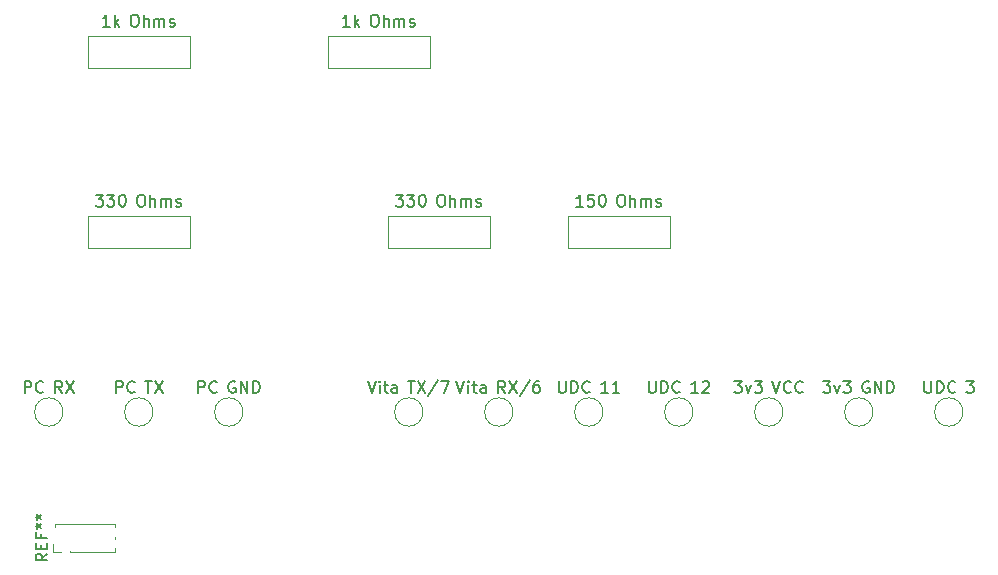
<source format=gbr>
%TF.GenerationSoftware,KiCad,Pcbnew,(7.0.0)*%
%TF.CreationDate,2023-02-24T13:42:34+01:00*%
%TF.ProjectId,PCH-1000JIG,5043482d-3130-4303-904a-49472e6b6963,rev?*%
%TF.SameCoordinates,Original*%
%TF.FileFunction,Legend,Top*%
%TF.FilePolarity,Positive*%
%FSLAX46Y46*%
G04 Gerber Fmt 4.6, Leading zero omitted, Abs format (unit mm)*
G04 Created by KiCad (PCBNEW (7.0.0)) date 2023-02-24 13:42:34*
%MOMM*%
%LPD*%
G01*
G04 APERTURE LIST*
%ADD10C,0.150000*%
%ADD11C,0.120000*%
G04 APERTURE END LIST*
D10*
%TO.C,1k Ohms*%
X22933333Y-20707380D02*
X22361905Y-20707380D01*
X22647619Y-20707380D02*
X22647619Y-19707380D01*
X22647619Y-19707380D02*
X22552381Y-19850238D01*
X22552381Y-19850238D02*
X22457143Y-19945476D01*
X22457143Y-19945476D02*
X22361905Y-19993095D01*
X23361905Y-20707380D02*
X23361905Y-19707380D01*
X23457143Y-20326428D02*
X23742857Y-20707380D01*
X23742857Y-20040714D02*
X23361905Y-20421666D01*
X24961905Y-19707380D02*
X25152381Y-19707380D01*
X25152381Y-19707380D02*
X25247619Y-19755000D01*
X25247619Y-19755000D02*
X25342857Y-19850238D01*
X25342857Y-19850238D02*
X25390476Y-20040714D01*
X25390476Y-20040714D02*
X25390476Y-20374047D01*
X25390476Y-20374047D02*
X25342857Y-20564523D01*
X25342857Y-20564523D02*
X25247619Y-20659761D01*
X25247619Y-20659761D02*
X25152381Y-20707380D01*
X25152381Y-20707380D02*
X24961905Y-20707380D01*
X24961905Y-20707380D02*
X24866667Y-20659761D01*
X24866667Y-20659761D02*
X24771429Y-20564523D01*
X24771429Y-20564523D02*
X24723810Y-20374047D01*
X24723810Y-20374047D02*
X24723810Y-20040714D01*
X24723810Y-20040714D02*
X24771429Y-19850238D01*
X24771429Y-19850238D02*
X24866667Y-19755000D01*
X24866667Y-19755000D02*
X24961905Y-19707380D01*
X25819048Y-20707380D02*
X25819048Y-19707380D01*
X26247619Y-20707380D02*
X26247619Y-20183571D01*
X26247619Y-20183571D02*
X26200000Y-20088333D01*
X26200000Y-20088333D02*
X26104762Y-20040714D01*
X26104762Y-20040714D02*
X25961905Y-20040714D01*
X25961905Y-20040714D02*
X25866667Y-20088333D01*
X25866667Y-20088333D02*
X25819048Y-20135952D01*
X26723810Y-20707380D02*
X26723810Y-20040714D01*
X26723810Y-20135952D02*
X26771429Y-20088333D01*
X26771429Y-20088333D02*
X26866667Y-20040714D01*
X26866667Y-20040714D02*
X27009524Y-20040714D01*
X27009524Y-20040714D02*
X27104762Y-20088333D01*
X27104762Y-20088333D02*
X27152381Y-20183571D01*
X27152381Y-20183571D02*
X27152381Y-20707380D01*
X27152381Y-20183571D02*
X27200000Y-20088333D01*
X27200000Y-20088333D02*
X27295238Y-20040714D01*
X27295238Y-20040714D02*
X27438095Y-20040714D01*
X27438095Y-20040714D02*
X27533334Y-20088333D01*
X27533334Y-20088333D02*
X27580953Y-20183571D01*
X27580953Y-20183571D02*
X27580953Y-20707380D01*
X28009524Y-20659761D02*
X28104762Y-20707380D01*
X28104762Y-20707380D02*
X28295238Y-20707380D01*
X28295238Y-20707380D02*
X28390476Y-20659761D01*
X28390476Y-20659761D02*
X28438095Y-20564523D01*
X28438095Y-20564523D02*
X28438095Y-20516904D01*
X28438095Y-20516904D02*
X28390476Y-20421666D01*
X28390476Y-20421666D02*
X28295238Y-20374047D01*
X28295238Y-20374047D02*
X28152381Y-20374047D01*
X28152381Y-20374047D02*
X28057143Y-20326428D01*
X28057143Y-20326428D02*
X28009524Y-20231190D01*
X28009524Y-20231190D02*
X28009524Y-20183571D01*
X28009524Y-20183571D02*
X28057143Y-20088333D01*
X28057143Y-20088333D02*
X28152381Y-20040714D01*
X28152381Y-20040714D02*
X28295238Y-20040714D01*
X28295238Y-20040714D02*
X28390476Y-20088333D01*
%TO.C,150 Ohms*%
X63025714Y-35947380D02*
X62454286Y-35947380D01*
X62740000Y-35947380D02*
X62740000Y-34947380D01*
X62740000Y-34947380D02*
X62644762Y-35090238D01*
X62644762Y-35090238D02*
X62549524Y-35185476D01*
X62549524Y-35185476D02*
X62454286Y-35233095D01*
X63930476Y-34947380D02*
X63454286Y-34947380D01*
X63454286Y-34947380D02*
X63406667Y-35423571D01*
X63406667Y-35423571D02*
X63454286Y-35375952D01*
X63454286Y-35375952D02*
X63549524Y-35328333D01*
X63549524Y-35328333D02*
X63787619Y-35328333D01*
X63787619Y-35328333D02*
X63882857Y-35375952D01*
X63882857Y-35375952D02*
X63930476Y-35423571D01*
X63930476Y-35423571D02*
X63978095Y-35518809D01*
X63978095Y-35518809D02*
X63978095Y-35756904D01*
X63978095Y-35756904D02*
X63930476Y-35852142D01*
X63930476Y-35852142D02*
X63882857Y-35899761D01*
X63882857Y-35899761D02*
X63787619Y-35947380D01*
X63787619Y-35947380D02*
X63549524Y-35947380D01*
X63549524Y-35947380D02*
X63454286Y-35899761D01*
X63454286Y-35899761D02*
X63406667Y-35852142D01*
X64597143Y-34947380D02*
X64692381Y-34947380D01*
X64692381Y-34947380D02*
X64787619Y-34995000D01*
X64787619Y-34995000D02*
X64835238Y-35042619D01*
X64835238Y-35042619D02*
X64882857Y-35137857D01*
X64882857Y-35137857D02*
X64930476Y-35328333D01*
X64930476Y-35328333D02*
X64930476Y-35566428D01*
X64930476Y-35566428D02*
X64882857Y-35756904D01*
X64882857Y-35756904D02*
X64835238Y-35852142D01*
X64835238Y-35852142D02*
X64787619Y-35899761D01*
X64787619Y-35899761D02*
X64692381Y-35947380D01*
X64692381Y-35947380D02*
X64597143Y-35947380D01*
X64597143Y-35947380D02*
X64501905Y-35899761D01*
X64501905Y-35899761D02*
X64454286Y-35852142D01*
X64454286Y-35852142D02*
X64406667Y-35756904D01*
X64406667Y-35756904D02*
X64359048Y-35566428D01*
X64359048Y-35566428D02*
X64359048Y-35328333D01*
X64359048Y-35328333D02*
X64406667Y-35137857D01*
X64406667Y-35137857D02*
X64454286Y-35042619D01*
X64454286Y-35042619D02*
X64501905Y-34995000D01*
X64501905Y-34995000D02*
X64597143Y-34947380D01*
X66149524Y-34947380D02*
X66340000Y-34947380D01*
X66340000Y-34947380D02*
X66435238Y-34995000D01*
X66435238Y-34995000D02*
X66530476Y-35090238D01*
X66530476Y-35090238D02*
X66578095Y-35280714D01*
X66578095Y-35280714D02*
X66578095Y-35614047D01*
X66578095Y-35614047D02*
X66530476Y-35804523D01*
X66530476Y-35804523D02*
X66435238Y-35899761D01*
X66435238Y-35899761D02*
X66340000Y-35947380D01*
X66340000Y-35947380D02*
X66149524Y-35947380D01*
X66149524Y-35947380D02*
X66054286Y-35899761D01*
X66054286Y-35899761D02*
X65959048Y-35804523D01*
X65959048Y-35804523D02*
X65911429Y-35614047D01*
X65911429Y-35614047D02*
X65911429Y-35280714D01*
X65911429Y-35280714D02*
X65959048Y-35090238D01*
X65959048Y-35090238D02*
X66054286Y-34995000D01*
X66054286Y-34995000D02*
X66149524Y-34947380D01*
X67006667Y-35947380D02*
X67006667Y-34947380D01*
X67435238Y-35947380D02*
X67435238Y-35423571D01*
X67435238Y-35423571D02*
X67387619Y-35328333D01*
X67387619Y-35328333D02*
X67292381Y-35280714D01*
X67292381Y-35280714D02*
X67149524Y-35280714D01*
X67149524Y-35280714D02*
X67054286Y-35328333D01*
X67054286Y-35328333D02*
X67006667Y-35375952D01*
X67911429Y-35947380D02*
X67911429Y-35280714D01*
X67911429Y-35375952D02*
X67959048Y-35328333D01*
X67959048Y-35328333D02*
X68054286Y-35280714D01*
X68054286Y-35280714D02*
X68197143Y-35280714D01*
X68197143Y-35280714D02*
X68292381Y-35328333D01*
X68292381Y-35328333D02*
X68340000Y-35423571D01*
X68340000Y-35423571D02*
X68340000Y-35947380D01*
X68340000Y-35423571D02*
X68387619Y-35328333D01*
X68387619Y-35328333D02*
X68482857Y-35280714D01*
X68482857Y-35280714D02*
X68625714Y-35280714D01*
X68625714Y-35280714D02*
X68720953Y-35328333D01*
X68720953Y-35328333D02*
X68768572Y-35423571D01*
X68768572Y-35423571D02*
X68768572Y-35947380D01*
X69197143Y-35899761D02*
X69292381Y-35947380D01*
X69292381Y-35947380D02*
X69482857Y-35947380D01*
X69482857Y-35947380D02*
X69578095Y-35899761D01*
X69578095Y-35899761D02*
X69625714Y-35804523D01*
X69625714Y-35804523D02*
X69625714Y-35756904D01*
X69625714Y-35756904D02*
X69578095Y-35661666D01*
X69578095Y-35661666D02*
X69482857Y-35614047D01*
X69482857Y-35614047D02*
X69340000Y-35614047D01*
X69340000Y-35614047D02*
X69244762Y-35566428D01*
X69244762Y-35566428D02*
X69197143Y-35471190D01*
X69197143Y-35471190D02*
X69197143Y-35423571D01*
X69197143Y-35423571D02*
X69244762Y-35328333D01*
X69244762Y-35328333D02*
X69340000Y-35280714D01*
X69340000Y-35280714D02*
X69482857Y-35280714D01*
X69482857Y-35280714D02*
X69578095Y-35328333D01*
%TO.C,3v3 VCC*%
X75820952Y-50709380D02*
X76439999Y-50709380D01*
X76439999Y-50709380D02*
X76106666Y-51090333D01*
X76106666Y-51090333D02*
X76249523Y-51090333D01*
X76249523Y-51090333D02*
X76344761Y-51137952D01*
X76344761Y-51137952D02*
X76392380Y-51185571D01*
X76392380Y-51185571D02*
X76439999Y-51280809D01*
X76439999Y-51280809D02*
X76439999Y-51518904D01*
X76439999Y-51518904D02*
X76392380Y-51614142D01*
X76392380Y-51614142D02*
X76344761Y-51661761D01*
X76344761Y-51661761D02*
X76249523Y-51709380D01*
X76249523Y-51709380D02*
X75963809Y-51709380D01*
X75963809Y-51709380D02*
X75868571Y-51661761D01*
X75868571Y-51661761D02*
X75820952Y-51614142D01*
X76773333Y-51042714D02*
X77011428Y-51709380D01*
X77011428Y-51709380D02*
X77249523Y-51042714D01*
X77535238Y-50709380D02*
X78154285Y-50709380D01*
X78154285Y-50709380D02*
X77820952Y-51090333D01*
X77820952Y-51090333D02*
X77963809Y-51090333D01*
X77963809Y-51090333D02*
X78059047Y-51137952D01*
X78059047Y-51137952D02*
X78106666Y-51185571D01*
X78106666Y-51185571D02*
X78154285Y-51280809D01*
X78154285Y-51280809D02*
X78154285Y-51518904D01*
X78154285Y-51518904D02*
X78106666Y-51614142D01*
X78106666Y-51614142D02*
X78059047Y-51661761D01*
X78059047Y-51661761D02*
X77963809Y-51709380D01*
X77963809Y-51709380D02*
X77678095Y-51709380D01*
X77678095Y-51709380D02*
X77582857Y-51661761D01*
X77582857Y-51661761D02*
X77535238Y-51614142D01*
X79040000Y-50709380D02*
X79373333Y-51709380D01*
X79373333Y-51709380D02*
X79706666Y-50709380D01*
X80611428Y-51614142D02*
X80563809Y-51661761D01*
X80563809Y-51661761D02*
X80420952Y-51709380D01*
X80420952Y-51709380D02*
X80325714Y-51709380D01*
X80325714Y-51709380D02*
X80182857Y-51661761D01*
X80182857Y-51661761D02*
X80087619Y-51566523D01*
X80087619Y-51566523D02*
X80040000Y-51471285D01*
X80040000Y-51471285D02*
X79992381Y-51280809D01*
X79992381Y-51280809D02*
X79992381Y-51137952D01*
X79992381Y-51137952D02*
X80040000Y-50947476D01*
X80040000Y-50947476D02*
X80087619Y-50852238D01*
X80087619Y-50852238D02*
X80182857Y-50757000D01*
X80182857Y-50757000D02*
X80325714Y-50709380D01*
X80325714Y-50709380D02*
X80420952Y-50709380D01*
X80420952Y-50709380D02*
X80563809Y-50757000D01*
X80563809Y-50757000D02*
X80611428Y-50804619D01*
X81611428Y-51614142D02*
X81563809Y-51661761D01*
X81563809Y-51661761D02*
X81420952Y-51709380D01*
X81420952Y-51709380D02*
X81325714Y-51709380D01*
X81325714Y-51709380D02*
X81182857Y-51661761D01*
X81182857Y-51661761D02*
X81087619Y-51566523D01*
X81087619Y-51566523D02*
X81040000Y-51471285D01*
X81040000Y-51471285D02*
X80992381Y-51280809D01*
X80992381Y-51280809D02*
X80992381Y-51137952D01*
X80992381Y-51137952D02*
X81040000Y-50947476D01*
X81040000Y-50947476D02*
X81087619Y-50852238D01*
X81087619Y-50852238D02*
X81182857Y-50757000D01*
X81182857Y-50757000D02*
X81325714Y-50709380D01*
X81325714Y-50709380D02*
X81420952Y-50709380D01*
X81420952Y-50709380D02*
X81563809Y-50757000D01*
X81563809Y-50757000D02*
X81611428Y-50804619D01*
%TO.C,330 Ohms*%
X47166667Y-34947380D02*
X47785714Y-34947380D01*
X47785714Y-34947380D02*
X47452381Y-35328333D01*
X47452381Y-35328333D02*
X47595238Y-35328333D01*
X47595238Y-35328333D02*
X47690476Y-35375952D01*
X47690476Y-35375952D02*
X47738095Y-35423571D01*
X47738095Y-35423571D02*
X47785714Y-35518809D01*
X47785714Y-35518809D02*
X47785714Y-35756904D01*
X47785714Y-35756904D02*
X47738095Y-35852142D01*
X47738095Y-35852142D02*
X47690476Y-35899761D01*
X47690476Y-35899761D02*
X47595238Y-35947380D01*
X47595238Y-35947380D02*
X47309524Y-35947380D01*
X47309524Y-35947380D02*
X47214286Y-35899761D01*
X47214286Y-35899761D02*
X47166667Y-35852142D01*
X48119048Y-34947380D02*
X48738095Y-34947380D01*
X48738095Y-34947380D02*
X48404762Y-35328333D01*
X48404762Y-35328333D02*
X48547619Y-35328333D01*
X48547619Y-35328333D02*
X48642857Y-35375952D01*
X48642857Y-35375952D02*
X48690476Y-35423571D01*
X48690476Y-35423571D02*
X48738095Y-35518809D01*
X48738095Y-35518809D02*
X48738095Y-35756904D01*
X48738095Y-35756904D02*
X48690476Y-35852142D01*
X48690476Y-35852142D02*
X48642857Y-35899761D01*
X48642857Y-35899761D02*
X48547619Y-35947380D01*
X48547619Y-35947380D02*
X48261905Y-35947380D01*
X48261905Y-35947380D02*
X48166667Y-35899761D01*
X48166667Y-35899761D02*
X48119048Y-35852142D01*
X49357143Y-34947380D02*
X49452381Y-34947380D01*
X49452381Y-34947380D02*
X49547619Y-34995000D01*
X49547619Y-34995000D02*
X49595238Y-35042619D01*
X49595238Y-35042619D02*
X49642857Y-35137857D01*
X49642857Y-35137857D02*
X49690476Y-35328333D01*
X49690476Y-35328333D02*
X49690476Y-35566428D01*
X49690476Y-35566428D02*
X49642857Y-35756904D01*
X49642857Y-35756904D02*
X49595238Y-35852142D01*
X49595238Y-35852142D02*
X49547619Y-35899761D01*
X49547619Y-35899761D02*
X49452381Y-35947380D01*
X49452381Y-35947380D02*
X49357143Y-35947380D01*
X49357143Y-35947380D02*
X49261905Y-35899761D01*
X49261905Y-35899761D02*
X49214286Y-35852142D01*
X49214286Y-35852142D02*
X49166667Y-35756904D01*
X49166667Y-35756904D02*
X49119048Y-35566428D01*
X49119048Y-35566428D02*
X49119048Y-35328333D01*
X49119048Y-35328333D02*
X49166667Y-35137857D01*
X49166667Y-35137857D02*
X49214286Y-35042619D01*
X49214286Y-35042619D02*
X49261905Y-34995000D01*
X49261905Y-34995000D02*
X49357143Y-34947380D01*
X50909524Y-34947380D02*
X51100000Y-34947380D01*
X51100000Y-34947380D02*
X51195238Y-34995000D01*
X51195238Y-34995000D02*
X51290476Y-35090238D01*
X51290476Y-35090238D02*
X51338095Y-35280714D01*
X51338095Y-35280714D02*
X51338095Y-35614047D01*
X51338095Y-35614047D02*
X51290476Y-35804523D01*
X51290476Y-35804523D02*
X51195238Y-35899761D01*
X51195238Y-35899761D02*
X51100000Y-35947380D01*
X51100000Y-35947380D02*
X50909524Y-35947380D01*
X50909524Y-35947380D02*
X50814286Y-35899761D01*
X50814286Y-35899761D02*
X50719048Y-35804523D01*
X50719048Y-35804523D02*
X50671429Y-35614047D01*
X50671429Y-35614047D02*
X50671429Y-35280714D01*
X50671429Y-35280714D02*
X50719048Y-35090238D01*
X50719048Y-35090238D02*
X50814286Y-34995000D01*
X50814286Y-34995000D02*
X50909524Y-34947380D01*
X51766667Y-35947380D02*
X51766667Y-34947380D01*
X52195238Y-35947380D02*
X52195238Y-35423571D01*
X52195238Y-35423571D02*
X52147619Y-35328333D01*
X52147619Y-35328333D02*
X52052381Y-35280714D01*
X52052381Y-35280714D02*
X51909524Y-35280714D01*
X51909524Y-35280714D02*
X51814286Y-35328333D01*
X51814286Y-35328333D02*
X51766667Y-35375952D01*
X52671429Y-35947380D02*
X52671429Y-35280714D01*
X52671429Y-35375952D02*
X52719048Y-35328333D01*
X52719048Y-35328333D02*
X52814286Y-35280714D01*
X52814286Y-35280714D02*
X52957143Y-35280714D01*
X52957143Y-35280714D02*
X53052381Y-35328333D01*
X53052381Y-35328333D02*
X53100000Y-35423571D01*
X53100000Y-35423571D02*
X53100000Y-35947380D01*
X53100000Y-35423571D02*
X53147619Y-35328333D01*
X53147619Y-35328333D02*
X53242857Y-35280714D01*
X53242857Y-35280714D02*
X53385714Y-35280714D01*
X53385714Y-35280714D02*
X53480953Y-35328333D01*
X53480953Y-35328333D02*
X53528572Y-35423571D01*
X53528572Y-35423571D02*
X53528572Y-35947380D01*
X53957143Y-35899761D02*
X54052381Y-35947380D01*
X54052381Y-35947380D02*
X54242857Y-35947380D01*
X54242857Y-35947380D02*
X54338095Y-35899761D01*
X54338095Y-35899761D02*
X54385714Y-35804523D01*
X54385714Y-35804523D02*
X54385714Y-35756904D01*
X54385714Y-35756904D02*
X54338095Y-35661666D01*
X54338095Y-35661666D02*
X54242857Y-35614047D01*
X54242857Y-35614047D02*
X54100000Y-35614047D01*
X54100000Y-35614047D02*
X54004762Y-35566428D01*
X54004762Y-35566428D02*
X53957143Y-35471190D01*
X53957143Y-35471190D02*
X53957143Y-35423571D01*
X53957143Y-35423571D02*
X54004762Y-35328333D01*
X54004762Y-35328333D02*
X54100000Y-35280714D01*
X54100000Y-35280714D02*
X54242857Y-35280714D01*
X54242857Y-35280714D02*
X54338095Y-35328333D01*
%TO.C,Vita TX/7*%
X44793333Y-50709380D02*
X45126666Y-51709380D01*
X45126666Y-51709380D02*
X45459999Y-50709380D01*
X45793333Y-51709380D02*
X45793333Y-51042714D01*
X45793333Y-50709380D02*
X45745714Y-50757000D01*
X45745714Y-50757000D02*
X45793333Y-50804619D01*
X45793333Y-50804619D02*
X45840952Y-50757000D01*
X45840952Y-50757000D02*
X45793333Y-50709380D01*
X45793333Y-50709380D02*
X45793333Y-50804619D01*
X46126666Y-51042714D02*
X46507618Y-51042714D01*
X46269523Y-50709380D02*
X46269523Y-51566523D01*
X46269523Y-51566523D02*
X46317142Y-51661761D01*
X46317142Y-51661761D02*
X46412380Y-51709380D01*
X46412380Y-51709380D02*
X46507618Y-51709380D01*
X47269523Y-51709380D02*
X47269523Y-51185571D01*
X47269523Y-51185571D02*
X47221904Y-51090333D01*
X47221904Y-51090333D02*
X47126666Y-51042714D01*
X47126666Y-51042714D02*
X46936190Y-51042714D01*
X46936190Y-51042714D02*
X46840952Y-51090333D01*
X47269523Y-51661761D02*
X47174285Y-51709380D01*
X47174285Y-51709380D02*
X46936190Y-51709380D01*
X46936190Y-51709380D02*
X46840952Y-51661761D01*
X46840952Y-51661761D02*
X46793333Y-51566523D01*
X46793333Y-51566523D02*
X46793333Y-51471285D01*
X46793333Y-51471285D02*
X46840952Y-51376047D01*
X46840952Y-51376047D02*
X46936190Y-51328428D01*
X46936190Y-51328428D02*
X47174285Y-51328428D01*
X47174285Y-51328428D02*
X47269523Y-51280809D01*
X48202857Y-50709380D02*
X48774285Y-50709380D01*
X48488571Y-51709380D02*
X48488571Y-50709380D01*
X49012381Y-50709380D02*
X49679047Y-51709380D01*
X49679047Y-50709380D02*
X49012381Y-51709380D01*
X50774285Y-50661761D02*
X49917143Y-51947476D01*
X51012381Y-50709380D02*
X51679047Y-50709380D01*
X51679047Y-50709380D02*
X51250476Y-51709380D01*
%TO.C,REF\u002A\u002A*%
X17667380Y-65333333D02*
X17191190Y-65666666D01*
X17667380Y-65904761D02*
X16667380Y-65904761D01*
X16667380Y-65904761D02*
X16667380Y-65523809D01*
X16667380Y-65523809D02*
X16715000Y-65428571D01*
X16715000Y-65428571D02*
X16762619Y-65380952D01*
X16762619Y-65380952D02*
X16857857Y-65333333D01*
X16857857Y-65333333D02*
X17000714Y-65333333D01*
X17000714Y-65333333D02*
X17095952Y-65380952D01*
X17095952Y-65380952D02*
X17143571Y-65428571D01*
X17143571Y-65428571D02*
X17191190Y-65523809D01*
X17191190Y-65523809D02*
X17191190Y-65904761D01*
X17143571Y-64904761D02*
X17143571Y-64571428D01*
X17667380Y-64428571D02*
X17667380Y-64904761D01*
X17667380Y-64904761D02*
X16667380Y-64904761D01*
X16667380Y-64904761D02*
X16667380Y-64428571D01*
X17143571Y-63666666D02*
X17143571Y-63999999D01*
X17667380Y-63999999D02*
X16667380Y-63999999D01*
X16667380Y-63999999D02*
X16667380Y-63523809D01*
X16667380Y-62999999D02*
X16905476Y-62999999D01*
X16810238Y-63238094D02*
X16905476Y-62999999D01*
X16905476Y-62999999D02*
X16810238Y-62761904D01*
X17095952Y-63142856D02*
X16905476Y-62999999D01*
X16905476Y-62999999D02*
X17095952Y-62857142D01*
X16667380Y-62238094D02*
X16905476Y-62238094D01*
X16810238Y-62476189D02*
X16905476Y-62238094D01*
X16905476Y-62238094D02*
X16810238Y-61999999D01*
X17095952Y-62380951D02*
X16905476Y-62238094D01*
X16905476Y-62238094D02*
X17095952Y-62095237D01*
%TO.C,PC RX*%
X15741905Y-51709380D02*
X15741905Y-50709380D01*
X15741905Y-50709380D02*
X16122857Y-50709380D01*
X16122857Y-50709380D02*
X16218095Y-50757000D01*
X16218095Y-50757000D02*
X16265714Y-50804619D01*
X16265714Y-50804619D02*
X16313333Y-50899857D01*
X16313333Y-50899857D02*
X16313333Y-51042714D01*
X16313333Y-51042714D02*
X16265714Y-51137952D01*
X16265714Y-51137952D02*
X16218095Y-51185571D01*
X16218095Y-51185571D02*
X16122857Y-51233190D01*
X16122857Y-51233190D02*
X15741905Y-51233190D01*
X17313333Y-51614142D02*
X17265714Y-51661761D01*
X17265714Y-51661761D02*
X17122857Y-51709380D01*
X17122857Y-51709380D02*
X17027619Y-51709380D01*
X17027619Y-51709380D02*
X16884762Y-51661761D01*
X16884762Y-51661761D02*
X16789524Y-51566523D01*
X16789524Y-51566523D02*
X16741905Y-51471285D01*
X16741905Y-51471285D02*
X16694286Y-51280809D01*
X16694286Y-51280809D02*
X16694286Y-51137952D01*
X16694286Y-51137952D02*
X16741905Y-50947476D01*
X16741905Y-50947476D02*
X16789524Y-50852238D01*
X16789524Y-50852238D02*
X16884762Y-50757000D01*
X16884762Y-50757000D02*
X17027619Y-50709380D01*
X17027619Y-50709380D02*
X17122857Y-50709380D01*
X17122857Y-50709380D02*
X17265714Y-50757000D01*
X17265714Y-50757000D02*
X17313333Y-50804619D01*
X18913333Y-51709380D02*
X18580000Y-51233190D01*
X18341905Y-51709380D02*
X18341905Y-50709380D01*
X18341905Y-50709380D02*
X18722857Y-50709380D01*
X18722857Y-50709380D02*
X18818095Y-50757000D01*
X18818095Y-50757000D02*
X18865714Y-50804619D01*
X18865714Y-50804619D02*
X18913333Y-50899857D01*
X18913333Y-50899857D02*
X18913333Y-51042714D01*
X18913333Y-51042714D02*
X18865714Y-51137952D01*
X18865714Y-51137952D02*
X18818095Y-51185571D01*
X18818095Y-51185571D02*
X18722857Y-51233190D01*
X18722857Y-51233190D02*
X18341905Y-51233190D01*
X19246667Y-50709380D02*
X19913333Y-51709380D01*
X19913333Y-50709380D02*
X19246667Y-51709380D01*
%TO.C,UDC 12*%
X68581905Y-50709380D02*
X68581905Y-51518904D01*
X68581905Y-51518904D02*
X68629524Y-51614142D01*
X68629524Y-51614142D02*
X68677143Y-51661761D01*
X68677143Y-51661761D02*
X68772381Y-51709380D01*
X68772381Y-51709380D02*
X68962857Y-51709380D01*
X68962857Y-51709380D02*
X69058095Y-51661761D01*
X69058095Y-51661761D02*
X69105714Y-51614142D01*
X69105714Y-51614142D02*
X69153333Y-51518904D01*
X69153333Y-51518904D02*
X69153333Y-50709380D01*
X69629524Y-51709380D02*
X69629524Y-50709380D01*
X69629524Y-50709380D02*
X69867619Y-50709380D01*
X69867619Y-50709380D02*
X70010476Y-50757000D01*
X70010476Y-50757000D02*
X70105714Y-50852238D01*
X70105714Y-50852238D02*
X70153333Y-50947476D01*
X70153333Y-50947476D02*
X70200952Y-51137952D01*
X70200952Y-51137952D02*
X70200952Y-51280809D01*
X70200952Y-51280809D02*
X70153333Y-51471285D01*
X70153333Y-51471285D02*
X70105714Y-51566523D01*
X70105714Y-51566523D02*
X70010476Y-51661761D01*
X70010476Y-51661761D02*
X69867619Y-51709380D01*
X69867619Y-51709380D02*
X69629524Y-51709380D01*
X71200952Y-51614142D02*
X71153333Y-51661761D01*
X71153333Y-51661761D02*
X71010476Y-51709380D01*
X71010476Y-51709380D02*
X70915238Y-51709380D01*
X70915238Y-51709380D02*
X70772381Y-51661761D01*
X70772381Y-51661761D02*
X70677143Y-51566523D01*
X70677143Y-51566523D02*
X70629524Y-51471285D01*
X70629524Y-51471285D02*
X70581905Y-51280809D01*
X70581905Y-51280809D02*
X70581905Y-51137952D01*
X70581905Y-51137952D02*
X70629524Y-50947476D01*
X70629524Y-50947476D02*
X70677143Y-50852238D01*
X70677143Y-50852238D02*
X70772381Y-50757000D01*
X70772381Y-50757000D02*
X70915238Y-50709380D01*
X70915238Y-50709380D02*
X71010476Y-50709380D01*
X71010476Y-50709380D02*
X71153333Y-50757000D01*
X71153333Y-50757000D02*
X71200952Y-50804619D01*
X72753333Y-51709380D02*
X72181905Y-51709380D01*
X72467619Y-51709380D02*
X72467619Y-50709380D01*
X72467619Y-50709380D02*
X72372381Y-50852238D01*
X72372381Y-50852238D02*
X72277143Y-50947476D01*
X72277143Y-50947476D02*
X72181905Y-50995095D01*
X73134286Y-50804619D02*
X73181905Y-50757000D01*
X73181905Y-50757000D02*
X73277143Y-50709380D01*
X73277143Y-50709380D02*
X73515238Y-50709380D01*
X73515238Y-50709380D02*
X73610476Y-50757000D01*
X73610476Y-50757000D02*
X73658095Y-50804619D01*
X73658095Y-50804619D02*
X73705714Y-50899857D01*
X73705714Y-50899857D02*
X73705714Y-50995095D01*
X73705714Y-50995095D02*
X73658095Y-51137952D01*
X73658095Y-51137952D02*
X73086667Y-51709380D01*
X73086667Y-51709380D02*
X73705714Y-51709380D01*
%TO.C,1k Ohms*%
X43253333Y-20707380D02*
X42681905Y-20707380D01*
X42967619Y-20707380D02*
X42967619Y-19707380D01*
X42967619Y-19707380D02*
X42872381Y-19850238D01*
X42872381Y-19850238D02*
X42777143Y-19945476D01*
X42777143Y-19945476D02*
X42681905Y-19993095D01*
X43681905Y-20707380D02*
X43681905Y-19707380D01*
X43777143Y-20326428D02*
X44062857Y-20707380D01*
X44062857Y-20040714D02*
X43681905Y-20421666D01*
X45281905Y-19707380D02*
X45472381Y-19707380D01*
X45472381Y-19707380D02*
X45567619Y-19755000D01*
X45567619Y-19755000D02*
X45662857Y-19850238D01*
X45662857Y-19850238D02*
X45710476Y-20040714D01*
X45710476Y-20040714D02*
X45710476Y-20374047D01*
X45710476Y-20374047D02*
X45662857Y-20564523D01*
X45662857Y-20564523D02*
X45567619Y-20659761D01*
X45567619Y-20659761D02*
X45472381Y-20707380D01*
X45472381Y-20707380D02*
X45281905Y-20707380D01*
X45281905Y-20707380D02*
X45186667Y-20659761D01*
X45186667Y-20659761D02*
X45091429Y-20564523D01*
X45091429Y-20564523D02*
X45043810Y-20374047D01*
X45043810Y-20374047D02*
X45043810Y-20040714D01*
X45043810Y-20040714D02*
X45091429Y-19850238D01*
X45091429Y-19850238D02*
X45186667Y-19755000D01*
X45186667Y-19755000D02*
X45281905Y-19707380D01*
X46139048Y-20707380D02*
X46139048Y-19707380D01*
X46567619Y-20707380D02*
X46567619Y-20183571D01*
X46567619Y-20183571D02*
X46520000Y-20088333D01*
X46520000Y-20088333D02*
X46424762Y-20040714D01*
X46424762Y-20040714D02*
X46281905Y-20040714D01*
X46281905Y-20040714D02*
X46186667Y-20088333D01*
X46186667Y-20088333D02*
X46139048Y-20135952D01*
X47043810Y-20707380D02*
X47043810Y-20040714D01*
X47043810Y-20135952D02*
X47091429Y-20088333D01*
X47091429Y-20088333D02*
X47186667Y-20040714D01*
X47186667Y-20040714D02*
X47329524Y-20040714D01*
X47329524Y-20040714D02*
X47424762Y-20088333D01*
X47424762Y-20088333D02*
X47472381Y-20183571D01*
X47472381Y-20183571D02*
X47472381Y-20707380D01*
X47472381Y-20183571D02*
X47520000Y-20088333D01*
X47520000Y-20088333D02*
X47615238Y-20040714D01*
X47615238Y-20040714D02*
X47758095Y-20040714D01*
X47758095Y-20040714D02*
X47853334Y-20088333D01*
X47853334Y-20088333D02*
X47900953Y-20183571D01*
X47900953Y-20183571D02*
X47900953Y-20707380D01*
X48329524Y-20659761D02*
X48424762Y-20707380D01*
X48424762Y-20707380D02*
X48615238Y-20707380D01*
X48615238Y-20707380D02*
X48710476Y-20659761D01*
X48710476Y-20659761D02*
X48758095Y-20564523D01*
X48758095Y-20564523D02*
X48758095Y-20516904D01*
X48758095Y-20516904D02*
X48710476Y-20421666D01*
X48710476Y-20421666D02*
X48615238Y-20374047D01*
X48615238Y-20374047D02*
X48472381Y-20374047D01*
X48472381Y-20374047D02*
X48377143Y-20326428D01*
X48377143Y-20326428D02*
X48329524Y-20231190D01*
X48329524Y-20231190D02*
X48329524Y-20183571D01*
X48329524Y-20183571D02*
X48377143Y-20088333D01*
X48377143Y-20088333D02*
X48472381Y-20040714D01*
X48472381Y-20040714D02*
X48615238Y-20040714D01*
X48615238Y-20040714D02*
X48710476Y-20088333D01*
%TO.C,UDC 3*%
X91918095Y-50709380D02*
X91918095Y-51518904D01*
X91918095Y-51518904D02*
X91965714Y-51614142D01*
X91965714Y-51614142D02*
X92013333Y-51661761D01*
X92013333Y-51661761D02*
X92108571Y-51709380D01*
X92108571Y-51709380D02*
X92299047Y-51709380D01*
X92299047Y-51709380D02*
X92394285Y-51661761D01*
X92394285Y-51661761D02*
X92441904Y-51614142D01*
X92441904Y-51614142D02*
X92489523Y-51518904D01*
X92489523Y-51518904D02*
X92489523Y-50709380D01*
X92965714Y-51709380D02*
X92965714Y-50709380D01*
X92965714Y-50709380D02*
X93203809Y-50709380D01*
X93203809Y-50709380D02*
X93346666Y-50757000D01*
X93346666Y-50757000D02*
X93441904Y-50852238D01*
X93441904Y-50852238D02*
X93489523Y-50947476D01*
X93489523Y-50947476D02*
X93537142Y-51137952D01*
X93537142Y-51137952D02*
X93537142Y-51280809D01*
X93537142Y-51280809D02*
X93489523Y-51471285D01*
X93489523Y-51471285D02*
X93441904Y-51566523D01*
X93441904Y-51566523D02*
X93346666Y-51661761D01*
X93346666Y-51661761D02*
X93203809Y-51709380D01*
X93203809Y-51709380D02*
X92965714Y-51709380D01*
X94537142Y-51614142D02*
X94489523Y-51661761D01*
X94489523Y-51661761D02*
X94346666Y-51709380D01*
X94346666Y-51709380D02*
X94251428Y-51709380D01*
X94251428Y-51709380D02*
X94108571Y-51661761D01*
X94108571Y-51661761D02*
X94013333Y-51566523D01*
X94013333Y-51566523D02*
X93965714Y-51471285D01*
X93965714Y-51471285D02*
X93918095Y-51280809D01*
X93918095Y-51280809D02*
X93918095Y-51137952D01*
X93918095Y-51137952D02*
X93965714Y-50947476D01*
X93965714Y-50947476D02*
X94013333Y-50852238D01*
X94013333Y-50852238D02*
X94108571Y-50757000D01*
X94108571Y-50757000D02*
X94251428Y-50709380D01*
X94251428Y-50709380D02*
X94346666Y-50709380D01*
X94346666Y-50709380D02*
X94489523Y-50757000D01*
X94489523Y-50757000D02*
X94537142Y-50804619D01*
X95470476Y-50709380D02*
X96089523Y-50709380D01*
X96089523Y-50709380D02*
X95756190Y-51090333D01*
X95756190Y-51090333D02*
X95899047Y-51090333D01*
X95899047Y-51090333D02*
X95994285Y-51137952D01*
X95994285Y-51137952D02*
X96041904Y-51185571D01*
X96041904Y-51185571D02*
X96089523Y-51280809D01*
X96089523Y-51280809D02*
X96089523Y-51518904D01*
X96089523Y-51518904D02*
X96041904Y-51614142D01*
X96041904Y-51614142D02*
X95994285Y-51661761D01*
X95994285Y-51661761D02*
X95899047Y-51709380D01*
X95899047Y-51709380D02*
X95613333Y-51709380D01*
X95613333Y-51709380D02*
X95518095Y-51661761D01*
X95518095Y-51661761D02*
X95470476Y-51614142D01*
%TO.C,3v3 GND*%
X83345714Y-50709380D02*
X83964761Y-50709380D01*
X83964761Y-50709380D02*
X83631428Y-51090333D01*
X83631428Y-51090333D02*
X83774285Y-51090333D01*
X83774285Y-51090333D02*
X83869523Y-51137952D01*
X83869523Y-51137952D02*
X83917142Y-51185571D01*
X83917142Y-51185571D02*
X83964761Y-51280809D01*
X83964761Y-51280809D02*
X83964761Y-51518904D01*
X83964761Y-51518904D02*
X83917142Y-51614142D01*
X83917142Y-51614142D02*
X83869523Y-51661761D01*
X83869523Y-51661761D02*
X83774285Y-51709380D01*
X83774285Y-51709380D02*
X83488571Y-51709380D01*
X83488571Y-51709380D02*
X83393333Y-51661761D01*
X83393333Y-51661761D02*
X83345714Y-51614142D01*
X84298095Y-51042714D02*
X84536190Y-51709380D01*
X84536190Y-51709380D02*
X84774285Y-51042714D01*
X85060000Y-50709380D02*
X85679047Y-50709380D01*
X85679047Y-50709380D02*
X85345714Y-51090333D01*
X85345714Y-51090333D02*
X85488571Y-51090333D01*
X85488571Y-51090333D02*
X85583809Y-51137952D01*
X85583809Y-51137952D02*
X85631428Y-51185571D01*
X85631428Y-51185571D02*
X85679047Y-51280809D01*
X85679047Y-51280809D02*
X85679047Y-51518904D01*
X85679047Y-51518904D02*
X85631428Y-51614142D01*
X85631428Y-51614142D02*
X85583809Y-51661761D01*
X85583809Y-51661761D02*
X85488571Y-51709380D01*
X85488571Y-51709380D02*
X85202857Y-51709380D01*
X85202857Y-51709380D02*
X85107619Y-51661761D01*
X85107619Y-51661761D02*
X85060000Y-51614142D01*
X87231428Y-50757000D02*
X87136190Y-50709380D01*
X87136190Y-50709380D02*
X86993333Y-50709380D01*
X86993333Y-50709380D02*
X86850476Y-50757000D01*
X86850476Y-50757000D02*
X86755238Y-50852238D01*
X86755238Y-50852238D02*
X86707619Y-50947476D01*
X86707619Y-50947476D02*
X86660000Y-51137952D01*
X86660000Y-51137952D02*
X86660000Y-51280809D01*
X86660000Y-51280809D02*
X86707619Y-51471285D01*
X86707619Y-51471285D02*
X86755238Y-51566523D01*
X86755238Y-51566523D02*
X86850476Y-51661761D01*
X86850476Y-51661761D02*
X86993333Y-51709380D01*
X86993333Y-51709380D02*
X87088571Y-51709380D01*
X87088571Y-51709380D02*
X87231428Y-51661761D01*
X87231428Y-51661761D02*
X87279047Y-51614142D01*
X87279047Y-51614142D02*
X87279047Y-51280809D01*
X87279047Y-51280809D02*
X87088571Y-51280809D01*
X87707619Y-51709380D02*
X87707619Y-50709380D01*
X87707619Y-50709380D02*
X88279047Y-51709380D01*
X88279047Y-51709380D02*
X88279047Y-50709380D01*
X88755238Y-51709380D02*
X88755238Y-50709380D01*
X88755238Y-50709380D02*
X88993333Y-50709380D01*
X88993333Y-50709380D02*
X89136190Y-50757000D01*
X89136190Y-50757000D02*
X89231428Y-50852238D01*
X89231428Y-50852238D02*
X89279047Y-50947476D01*
X89279047Y-50947476D02*
X89326666Y-51137952D01*
X89326666Y-51137952D02*
X89326666Y-51280809D01*
X89326666Y-51280809D02*
X89279047Y-51471285D01*
X89279047Y-51471285D02*
X89231428Y-51566523D01*
X89231428Y-51566523D02*
X89136190Y-51661761D01*
X89136190Y-51661761D02*
X88993333Y-51709380D01*
X88993333Y-51709380D02*
X88755238Y-51709380D01*
%TO.C,PC GND*%
X30434286Y-51709380D02*
X30434286Y-50709380D01*
X30434286Y-50709380D02*
X30815238Y-50709380D01*
X30815238Y-50709380D02*
X30910476Y-50757000D01*
X30910476Y-50757000D02*
X30958095Y-50804619D01*
X30958095Y-50804619D02*
X31005714Y-50899857D01*
X31005714Y-50899857D02*
X31005714Y-51042714D01*
X31005714Y-51042714D02*
X30958095Y-51137952D01*
X30958095Y-51137952D02*
X30910476Y-51185571D01*
X30910476Y-51185571D02*
X30815238Y-51233190D01*
X30815238Y-51233190D02*
X30434286Y-51233190D01*
X32005714Y-51614142D02*
X31958095Y-51661761D01*
X31958095Y-51661761D02*
X31815238Y-51709380D01*
X31815238Y-51709380D02*
X31720000Y-51709380D01*
X31720000Y-51709380D02*
X31577143Y-51661761D01*
X31577143Y-51661761D02*
X31481905Y-51566523D01*
X31481905Y-51566523D02*
X31434286Y-51471285D01*
X31434286Y-51471285D02*
X31386667Y-51280809D01*
X31386667Y-51280809D02*
X31386667Y-51137952D01*
X31386667Y-51137952D02*
X31434286Y-50947476D01*
X31434286Y-50947476D02*
X31481905Y-50852238D01*
X31481905Y-50852238D02*
X31577143Y-50757000D01*
X31577143Y-50757000D02*
X31720000Y-50709380D01*
X31720000Y-50709380D02*
X31815238Y-50709380D01*
X31815238Y-50709380D02*
X31958095Y-50757000D01*
X31958095Y-50757000D02*
X32005714Y-50804619D01*
X33558095Y-50757000D02*
X33462857Y-50709380D01*
X33462857Y-50709380D02*
X33320000Y-50709380D01*
X33320000Y-50709380D02*
X33177143Y-50757000D01*
X33177143Y-50757000D02*
X33081905Y-50852238D01*
X33081905Y-50852238D02*
X33034286Y-50947476D01*
X33034286Y-50947476D02*
X32986667Y-51137952D01*
X32986667Y-51137952D02*
X32986667Y-51280809D01*
X32986667Y-51280809D02*
X33034286Y-51471285D01*
X33034286Y-51471285D02*
X33081905Y-51566523D01*
X33081905Y-51566523D02*
X33177143Y-51661761D01*
X33177143Y-51661761D02*
X33320000Y-51709380D01*
X33320000Y-51709380D02*
X33415238Y-51709380D01*
X33415238Y-51709380D02*
X33558095Y-51661761D01*
X33558095Y-51661761D02*
X33605714Y-51614142D01*
X33605714Y-51614142D02*
X33605714Y-51280809D01*
X33605714Y-51280809D02*
X33415238Y-51280809D01*
X34034286Y-51709380D02*
X34034286Y-50709380D01*
X34034286Y-50709380D02*
X34605714Y-51709380D01*
X34605714Y-51709380D02*
X34605714Y-50709380D01*
X35081905Y-51709380D02*
X35081905Y-50709380D01*
X35081905Y-50709380D02*
X35320000Y-50709380D01*
X35320000Y-50709380D02*
X35462857Y-50757000D01*
X35462857Y-50757000D02*
X35558095Y-50852238D01*
X35558095Y-50852238D02*
X35605714Y-50947476D01*
X35605714Y-50947476D02*
X35653333Y-51137952D01*
X35653333Y-51137952D02*
X35653333Y-51280809D01*
X35653333Y-51280809D02*
X35605714Y-51471285D01*
X35605714Y-51471285D02*
X35558095Y-51566523D01*
X35558095Y-51566523D02*
X35462857Y-51661761D01*
X35462857Y-51661761D02*
X35320000Y-51709380D01*
X35320000Y-51709380D02*
X35081905Y-51709380D01*
%TO.C,UDC 11*%
X60961905Y-50709380D02*
X60961905Y-51518904D01*
X60961905Y-51518904D02*
X61009524Y-51614142D01*
X61009524Y-51614142D02*
X61057143Y-51661761D01*
X61057143Y-51661761D02*
X61152381Y-51709380D01*
X61152381Y-51709380D02*
X61342857Y-51709380D01*
X61342857Y-51709380D02*
X61438095Y-51661761D01*
X61438095Y-51661761D02*
X61485714Y-51614142D01*
X61485714Y-51614142D02*
X61533333Y-51518904D01*
X61533333Y-51518904D02*
X61533333Y-50709380D01*
X62009524Y-51709380D02*
X62009524Y-50709380D01*
X62009524Y-50709380D02*
X62247619Y-50709380D01*
X62247619Y-50709380D02*
X62390476Y-50757000D01*
X62390476Y-50757000D02*
X62485714Y-50852238D01*
X62485714Y-50852238D02*
X62533333Y-50947476D01*
X62533333Y-50947476D02*
X62580952Y-51137952D01*
X62580952Y-51137952D02*
X62580952Y-51280809D01*
X62580952Y-51280809D02*
X62533333Y-51471285D01*
X62533333Y-51471285D02*
X62485714Y-51566523D01*
X62485714Y-51566523D02*
X62390476Y-51661761D01*
X62390476Y-51661761D02*
X62247619Y-51709380D01*
X62247619Y-51709380D02*
X62009524Y-51709380D01*
X63580952Y-51614142D02*
X63533333Y-51661761D01*
X63533333Y-51661761D02*
X63390476Y-51709380D01*
X63390476Y-51709380D02*
X63295238Y-51709380D01*
X63295238Y-51709380D02*
X63152381Y-51661761D01*
X63152381Y-51661761D02*
X63057143Y-51566523D01*
X63057143Y-51566523D02*
X63009524Y-51471285D01*
X63009524Y-51471285D02*
X62961905Y-51280809D01*
X62961905Y-51280809D02*
X62961905Y-51137952D01*
X62961905Y-51137952D02*
X63009524Y-50947476D01*
X63009524Y-50947476D02*
X63057143Y-50852238D01*
X63057143Y-50852238D02*
X63152381Y-50757000D01*
X63152381Y-50757000D02*
X63295238Y-50709380D01*
X63295238Y-50709380D02*
X63390476Y-50709380D01*
X63390476Y-50709380D02*
X63533333Y-50757000D01*
X63533333Y-50757000D02*
X63580952Y-50804619D01*
X65133333Y-51709380D02*
X64561905Y-51709380D01*
X64847619Y-51709380D02*
X64847619Y-50709380D01*
X64847619Y-50709380D02*
X64752381Y-50852238D01*
X64752381Y-50852238D02*
X64657143Y-50947476D01*
X64657143Y-50947476D02*
X64561905Y-50995095D01*
X66085714Y-51709380D02*
X65514286Y-51709380D01*
X65800000Y-51709380D02*
X65800000Y-50709380D01*
X65800000Y-50709380D02*
X65704762Y-50852238D01*
X65704762Y-50852238D02*
X65609524Y-50947476D01*
X65609524Y-50947476D02*
X65514286Y-50995095D01*
%TO.C,330 Ohms*%
X21766667Y-34947380D02*
X22385714Y-34947380D01*
X22385714Y-34947380D02*
X22052381Y-35328333D01*
X22052381Y-35328333D02*
X22195238Y-35328333D01*
X22195238Y-35328333D02*
X22290476Y-35375952D01*
X22290476Y-35375952D02*
X22338095Y-35423571D01*
X22338095Y-35423571D02*
X22385714Y-35518809D01*
X22385714Y-35518809D02*
X22385714Y-35756904D01*
X22385714Y-35756904D02*
X22338095Y-35852142D01*
X22338095Y-35852142D02*
X22290476Y-35899761D01*
X22290476Y-35899761D02*
X22195238Y-35947380D01*
X22195238Y-35947380D02*
X21909524Y-35947380D01*
X21909524Y-35947380D02*
X21814286Y-35899761D01*
X21814286Y-35899761D02*
X21766667Y-35852142D01*
X22719048Y-34947380D02*
X23338095Y-34947380D01*
X23338095Y-34947380D02*
X23004762Y-35328333D01*
X23004762Y-35328333D02*
X23147619Y-35328333D01*
X23147619Y-35328333D02*
X23242857Y-35375952D01*
X23242857Y-35375952D02*
X23290476Y-35423571D01*
X23290476Y-35423571D02*
X23338095Y-35518809D01*
X23338095Y-35518809D02*
X23338095Y-35756904D01*
X23338095Y-35756904D02*
X23290476Y-35852142D01*
X23290476Y-35852142D02*
X23242857Y-35899761D01*
X23242857Y-35899761D02*
X23147619Y-35947380D01*
X23147619Y-35947380D02*
X22861905Y-35947380D01*
X22861905Y-35947380D02*
X22766667Y-35899761D01*
X22766667Y-35899761D02*
X22719048Y-35852142D01*
X23957143Y-34947380D02*
X24052381Y-34947380D01*
X24052381Y-34947380D02*
X24147619Y-34995000D01*
X24147619Y-34995000D02*
X24195238Y-35042619D01*
X24195238Y-35042619D02*
X24242857Y-35137857D01*
X24242857Y-35137857D02*
X24290476Y-35328333D01*
X24290476Y-35328333D02*
X24290476Y-35566428D01*
X24290476Y-35566428D02*
X24242857Y-35756904D01*
X24242857Y-35756904D02*
X24195238Y-35852142D01*
X24195238Y-35852142D02*
X24147619Y-35899761D01*
X24147619Y-35899761D02*
X24052381Y-35947380D01*
X24052381Y-35947380D02*
X23957143Y-35947380D01*
X23957143Y-35947380D02*
X23861905Y-35899761D01*
X23861905Y-35899761D02*
X23814286Y-35852142D01*
X23814286Y-35852142D02*
X23766667Y-35756904D01*
X23766667Y-35756904D02*
X23719048Y-35566428D01*
X23719048Y-35566428D02*
X23719048Y-35328333D01*
X23719048Y-35328333D02*
X23766667Y-35137857D01*
X23766667Y-35137857D02*
X23814286Y-35042619D01*
X23814286Y-35042619D02*
X23861905Y-34995000D01*
X23861905Y-34995000D02*
X23957143Y-34947380D01*
X25509524Y-34947380D02*
X25700000Y-34947380D01*
X25700000Y-34947380D02*
X25795238Y-34995000D01*
X25795238Y-34995000D02*
X25890476Y-35090238D01*
X25890476Y-35090238D02*
X25938095Y-35280714D01*
X25938095Y-35280714D02*
X25938095Y-35614047D01*
X25938095Y-35614047D02*
X25890476Y-35804523D01*
X25890476Y-35804523D02*
X25795238Y-35899761D01*
X25795238Y-35899761D02*
X25700000Y-35947380D01*
X25700000Y-35947380D02*
X25509524Y-35947380D01*
X25509524Y-35947380D02*
X25414286Y-35899761D01*
X25414286Y-35899761D02*
X25319048Y-35804523D01*
X25319048Y-35804523D02*
X25271429Y-35614047D01*
X25271429Y-35614047D02*
X25271429Y-35280714D01*
X25271429Y-35280714D02*
X25319048Y-35090238D01*
X25319048Y-35090238D02*
X25414286Y-34995000D01*
X25414286Y-34995000D02*
X25509524Y-34947380D01*
X26366667Y-35947380D02*
X26366667Y-34947380D01*
X26795238Y-35947380D02*
X26795238Y-35423571D01*
X26795238Y-35423571D02*
X26747619Y-35328333D01*
X26747619Y-35328333D02*
X26652381Y-35280714D01*
X26652381Y-35280714D02*
X26509524Y-35280714D01*
X26509524Y-35280714D02*
X26414286Y-35328333D01*
X26414286Y-35328333D02*
X26366667Y-35375952D01*
X27271429Y-35947380D02*
X27271429Y-35280714D01*
X27271429Y-35375952D02*
X27319048Y-35328333D01*
X27319048Y-35328333D02*
X27414286Y-35280714D01*
X27414286Y-35280714D02*
X27557143Y-35280714D01*
X27557143Y-35280714D02*
X27652381Y-35328333D01*
X27652381Y-35328333D02*
X27700000Y-35423571D01*
X27700000Y-35423571D02*
X27700000Y-35947380D01*
X27700000Y-35423571D02*
X27747619Y-35328333D01*
X27747619Y-35328333D02*
X27842857Y-35280714D01*
X27842857Y-35280714D02*
X27985714Y-35280714D01*
X27985714Y-35280714D02*
X28080953Y-35328333D01*
X28080953Y-35328333D02*
X28128572Y-35423571D01*
X28128572Y-35423571D02*
X28128572Y-35947380D01*
X28557143Y-35899761D02*
X28652381Y-35947380D01*
X28652381Y-35947380D02*
X28842857Y-35947380D01*
X28842857Y-35947380D02*
X28938095Y-35899761D01*
X28938095Y-35899761D02*
X28985714Y-35804523D01*
X28985714Y-35804523D02*
X28985714Y-35756904D01*
X28985714Y-35756904D02*
X28938095Y-35661666D01*
X28938095Y-35661666D02*
X28842857Y-35614047D01*
X28842857Y-35614047D02*
X28700000Y-35614047D01*
X28700000Y-35614047D02*
X28604762Y-35566428D01*
X28604762Y-35566428D02*
X28557143Y-35471190D01*
X28557143Y-35471190D02*
X28557143Y-35423571D01*
X28557143Y-35423571D02*
X28604762Y-35328333D01*
X28604762Y-35328333D02*
X28700000Y-35280714D01*
X28700000Y-35280714D02*
X28842857Y-35280714D01*
X28842857Y-35280714D02*
X28938095Y-35328333D01*
%TO.C,PC TX*%
X23480952Y-51709380D02*
X23480952Y-50709380D01*
X23480952Y-50709380D02*
X23861904Y-50709380D01*
X23861904Y-50709380D02*
X23957142Y-50757000D01*
X23957142Y-50757000D02*
X24004761Y-50804619D01*
X24004761Y-50804619D02*
X24052380Y-50899857D01*
X24052380Y-50899857D02*
X24052380Y-51042714D01*
X24052380Y-51042714D02*
X24004761Y-51137952D01*
X24004761Y-51137952D02*
X23957142Y-51185571D01*
X23957142Y-51185571D02*
X23861904Y-51233190D01*
X23861904Y-51233190D02*
X23480952Y-51233190D01*
X25052380Y-51614142D02*
X25004761Y-51661761D01*
X25004761Y-51661761D02*
X24861904Y-51709380D01*
X24861904Y-51709380D02*
X24766666Y-51709380D01*
X24766666Y-51709380D02*
X24623809Y-51661761D01*
X24623809Y-51661761D02*
X24528571Y-51566523D01*
X24528571Y-51566523D02*
X24480952Y-51471285D01*
X24480952Y-51471285D02*
X24433333Y-51280809D01*
X24433333Y-51280809D02*
X24433333Y-51137952D01*
X24433333Y-51137952D02*
X24480952Y-50947476D01*
X24480952Y-50947476D02*
X24528571Y-50852238D01*
X24528571Y-50852238D02*
X24623809Y-50757000D01*
X24623809Y-50757000D02*
X24766666Y-50709380D01*
X24766666Y-50709380D02*
X24861904Y-50709380D01*
X24861904Y-50709380D02*
X25004761Y-50757000D01*
X25004761Y-50757000D02*
X25052380Y-50804619D01*
X25938095Y-50709380D02*
X26509523Y-50709380D01*
X26223809Y-51709380D02*
X26223809Y-50709380D01*
X26747619Y-50709380D02*
X27414285Y-51709380D01*
X27414285Y-50709380D02*
X26747619Y-51709380D01*
%TO.C,Vita RX/6*%
X52294286Y-50709380D02*
X52627619Y-51709380D01*
X52627619Y-51709380D02*
X52960952Y-50709380D01*
X53294286Y-51709380D02*
X53294286Y-51042714D01*
X53294286Y-50709380D02*
X53246667Y-50757000D01*
X53246667Y-50757000D02*
X53294286Y-50804619D01*
X53294286Y-50804619D02*
X53341905Y-50757000D01*
X53341905Y-50757000D02*
X53294286Y-50709380D01*
X53294286Y-50709380D02*
X53294286Y-50804619D01*
X53627619Y-51042714D02*
X54008571Y-51042714D01*
X53770476Y-50709380D02*
X53770476Y-51566523D01*
X53770476Y-51566523D02*
X53818095Y-51661761D01*
X53818095Y-51661761D02*
X53913333Y-51709380D01*
X53913333Y-51709380D02*
X54008571Y-51709380D01*
X54770476Y-51709380D02*
X54770476Y-51185571D01*
X54770476Y-51185571D02*
X54722857Y-51090333D01*
X54722857Y-51090333D02*
X54627619Y-51042714D01*
X54627619Y-51042714D02*
X54437143Y-51042714D01*
X54437143Y-51042714D02*
X54341905Y-51090333D01*
X54770476Y-51661761D02*
X54675238Y-51709380D01*
X54675238Y-51709380D02*
X54437143Y-51709380D01*
X54437143Y-51709380D02*
X54341905Y-51661761D01*
X54341905Y-51661761D02*
X54294286Y-51566523D01*
X54294286Y-51566523D02*
X54294286Y-51471285D01*
X54294286Y-51471285D02*
X54341905Y-51376047D01*
X54341905Y-51376047D02*
X54437143Y-51328428D01*
X54437143Y-51328428D02*
X54675238Y-51328428D01*
X54675238Y-51328428D02*
X54770476Y-51280809D01*
X56418095Y-51709380D02*
X56084762Y-51233190D01*
X55846667Y-51709380D02*
X55846667Y-50709380D01*
X55846667Y-50709380D02*
X56227619Y-50709380D01*
X56227619Y-50709380D02*
X56322857Y-50757000D01*
X56322857Y-50757000D02*
X56370476Y-50804619D01*
X56370476Y-50804619D02*
X56418095Y-50899857D01*
X56418095Y-50899857D02*
X56418095Y-51042714D01*
X56418095Y-51042714D02*
X56370476Y-51137952D01*
X56370476Y-51137952D02*
X56322857Y-51185571D01*
X56322857Y-51185571D02*
X56227619Y-51233190D01*
X56227619Y-51233190D02*
X55846667Y-51233190D01*
X56751429Y-50709380D02*
X57418095Y-51709380D01*
X57418095Y-50709380D02*
X56751429Y-51709380D01*
X58513333Y-50661761D02*
X57656191Y-51947476D01*
X59275238Y-50709380D02*
X59084762Y-50709380D01*
X59084762Y-50709380D02*
X58989524Y-50757000D01*
X58989524Y-50757000D02*
X58941905Y-50804619D01*
X58941905Y-50804619D02*
X58846667Y-50947476D01*
X58846667Y-50947476D02*
X58799048Y-51137952D01*
X58799048Y-51137952D02*
X58799048Y-51518904D01*
X58799048Y-51518904D02*
X58846667Y-51614142D01*
X58846667Y-51614142D02*
X58894286Y-51661761D01*
X58894286Y-51661761D02*
X58989524Y-51709380D01*
X58989524Y-51709380D02*
X59180000Y-51709380D01*
X59180000Y-51709380D02*
X59275238Y-51661761D01*
X59275238Y-51661761D02*
X59322857Y-51614142D01*
X59322857Y-51614142D02*
X59370476Y-51518904D01*
X59370476Y-51518904D02*
X59370476Y-51280809D01*
X59370476Y-51280809D02*
X59322857Y-51185571D01*
X59322857Y-51185571D02*
X59275238Y-51137952D01*
X59275238Y-51137952D02*
X59180000Y-51090333D01*
X59180000Y-51090333D02*
X58989524Y-51090333D01*
X58989524Y-51090333D02*
X58894286Y-51137952D01*
X58894286Y-51137952D02*
X58846667Y-51185571D01*
X58846667Y-51185571D02*
X58799048Y-51280809D01*
D11*
%TO.C,1k Ohms*%
X21090000Y-21470000D02*
X21090000Y-24250000D01*
X21090000Y-21470000D02*
X29710000Y-21470000D01*
X21090000Y-24250000D02*
X29710000Y-24250000D01*
X29710000Y-21470000D02*
X29710000Y-24250000D01*
%TO.C,150 Ohms*%
X61730000Y-36710000D02*
X61730000Y-39490000D01*
X61730000Y-36710000D02*
X70350000Y-36710000D01*
X61730000Y-39490000D02*
X70350000Y-39490000D01*
X70350000Y-36710000D02*
X70350000Y-39490000D01*
%TO.C,3v3 VCC*%
X79940000Y-53340000D02*
G75*
G03*
X79940000Y-53340000I-1200000J0D01*
G01*
%TO.C,330 Ohms*%
X46490000Y-36710000D02*
X46490000Y-39490000D01*
X46490000Y-36710000D02*
X55110000Y-36710000D01*
X46490000Y-39490000D02*
X55110000Y-39490000D01*
X55110000Y-36710000D02*
X55110000Y-39490000D01*
%TO.C,Vita TX/7*%
X49460000Y-53340000D02*
G75*
G03*
X49460000Y-53340000I-1200000J0D01*
G01*
%TO.C,REF\u002A\u002A*%
X18175000Y-65210000D02*
X18175000Y-64500000D01*
X18860000Y-65210000D02*
X18175000Y-65210000D01*
X19545000Y-65210000D02*
X23420000Y-65210000D01*
X19545000Y-65210000D02*
X19545000Y-65108276D01*
X23420000Y-65210000D02*
X23420000Y-64894493D01*
X23420000Y-64105507D02*
X23420000Y-63894493D01*
X18300000Y-63105507D02*
X18300000Y-62790000D01*
X23420000Y-63105507D02*
X23420000Y-62790000D01*
X18300000Y-62790000D02*
X23420000Y-62790000D01*
%TO.C,PC RX*%
X18980000Y-53340000D02*
G75*
G03*
X18980000Y-53340000I-1200000J0D01*
G01*
%TO.C,UDC 12*%
X72320000Y-53340000D02*
G75*
G03*
X72320000Y-53340000I-1200000J0D01*
G01*
%TO.C,1k Ohms*%
X41410000Y-21470000D02*
X41410000Y-24250000D01*
X41410000Y-21470000D02*
X50030000Y-21470000D01*
X41410000Y-24250000D02*
X50030000Y-24250000D01*
X50030000Y-21470000D02*
X50030000Y-24250000D01*
%TO.C,UDC 3*%
X95180000Y-53340000D02*
G75*
G03*
X95180000Y-53340000I-1200000J0D01*
G01*
%TO.C,3v3 GND*%
X87560000Y-53340000D02*
G75*
G03*
X87560000Y-53340000I-1200000J0D01*
G01*
%TO.C,PC GND*%
X34220000Y-53340000D02*
G75*
G03*
X34220000Y-53340000I-1200000J0D01*
G01*
%TO.C,UDC 11*%
X64700000Y-53340000D02*
G75*
G03*
X64700000Y-53340000I-1200000J0D01*
G01*
%TO.C,330 Ohms*%
X21090000Y-36710000D02*
X21090000Y-39490000D01*
X21090000Y-36710000D02*
X29710000Y-36710000D01*
X21090000Y-39490000D02*
X29710000Y-39490000D01*
X29710000Y-36710000D02*
X29710000Y-39490000D01*
%TO.C,PC TX*%
X26600000Y-53340000D02*
G75*
G03*
X26600000Y-53340000I-1200000J0D01*
G01*
%TO.C,Vita RX/6*%
X57080000Y-53340000D02*
G75*
G03*
X57080000Y-53340000I-1200000J0D01*
G01*
%TD*%
M02*

</source>
